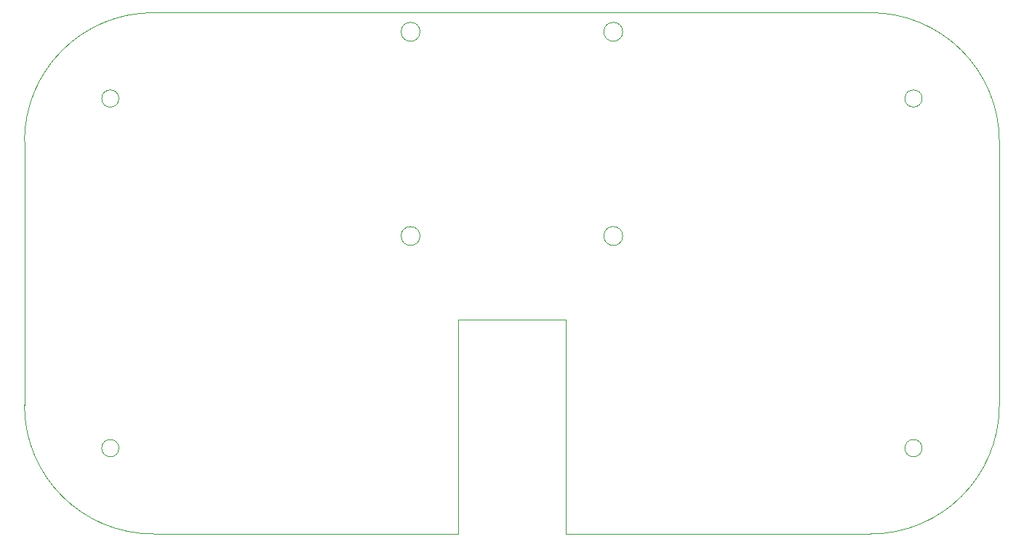
<source format=gm1>
%TF.GenerationSoftware,KiCad,Pcbnew,(6.0.9)*%
%TF.CreationDate,2023-06-09T10:31:56+10:00*%
%TF.ProjectId,Joysticks2.0,4a6f7973-7469-4636-9b73-322e302e6b69,rev?*%
%TF.SameCoordinates,PX3d09000PY568bc30*%
%TF.FileFunction,Profile,NP*%
%FSLAX46Y46*%
G04 Gerber Fmt 4.6, Leading zero omitted, Abs format (unit mm)*
G04 Created by KiCad (PCBNEW (6.0.9)) date 2023-06-09 10:31:56*
%MOMM*%
%LPD*%
G01*
G04 APERTURE LIST*
%TA.AperFunction,Profile*%
%ADD10C,0.010000*%
%TD*%
G04 APERTURE END LIST*
D10*
X-20750000Y4500000D02*
X-20750000Y-26250000D01*
X92750000Y4500000D02*
G75*
G03*
X77750000Y19500000I-15000000J0D01*
G01*
X29750000Y-16250000D02*
X42250000Y-16250000D01*
X-20750000Y-26250000D02*
G75*
G03*
X-5750000Y-41250000I15000000J0D01*
G01*
X77750000Y-41250000D02*
G75*
G03*
X92750000Y-26250000I0J15000000D01*
G01*
X25300000Y-6525000D02*
G75*
G03*
X25300000Y-6525000I-1100000J0D01*
G01*
X77750000Y19500000D02*
X-5750000Y19500000D01*
X-9750000Y9500000D02*
G75*
G03*
X-9750000Y9500000I-1000000J0D01*
G01*
X-9750000Y-31250000D02*
G75*
G03*
X-9750000Y-31250000I-1000000J0D01*
G01*
X48900000Y-6525000D02*
G75*
G03*
X48900000Y-6525000I-1100000J0D01*
G01*
X48900000Y17275000D02*
G75*
G03*
X48900000Y17275000I-1100000J0D01*
G01*
X-5750000Y19500000D02*
G75*
G03*
X-20750000Y4500000I0J-15000000D01*
G01*
X29750000Y-41250000D02*
X29750000Y-16250000D01*
X83750000Y-31250000D02*
G75*
G03*
X83750000Y-31250000I-1000000J0D01*
G01*
X25300000Y17275000D02*
G75*
G03*
X25300000Y17275000I-1100000J0D01*
G01*
X92750000Y-26250000D02*
X92750000Y4500000D01*
X42250000Y-41250000D02*
X77750000Y-41250000D01*
X83750000Y9500000D02*
G75*
G03*
X83750000Y9500000I-1000000J0D01*
G01*
X-5750000Y-41250000D02*
X29750000Y-41250000D01*
X42250000Y-16250000D02*
X42250000Y-41250000D01*
M02*

</source>
